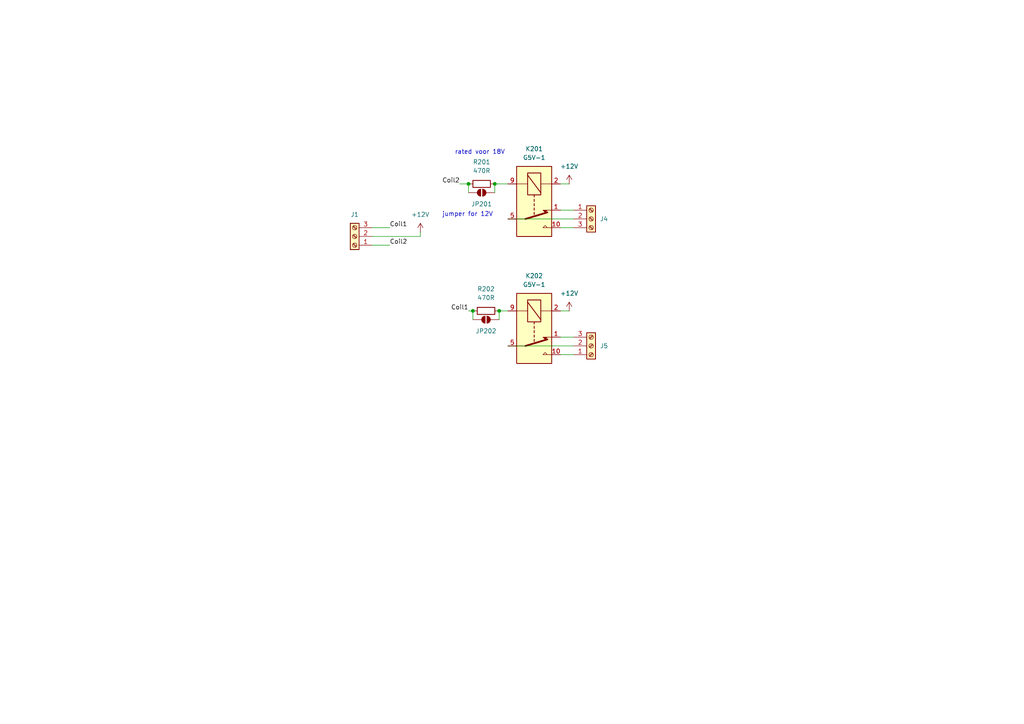
<source format=kicad_sch>
(kicad_sch (version 20231120) (generator "eeschema") (generator_version "8.0")
  (paper "A4")
  (lib_symbols
    (symbol "Connector:Screw_Terminal_01x03" (pin_names (offset 1.016) hide)
      (property "Reference" "J" (at 0 5.08 0))
      (property "Value" "Screw_Terminal_01x03" (at 0 -5.08 0))
      (symbol "Screw_Terminal_01x03_1_1"
        (rectangle (start -1.27 3.81) (end 1.27 -3.81) (stroke (width 0.254)) (fill (type background)))
        (circle (center 0 -2.54) (radius 0.635) (stroke (width 0.1524)))
        (polyline (pts (xy -0.5334 -2.2098) (xy 0.3302 -3.048)) (stroke (width 0.1524)))
        (polyline (pts (xy -0.5334 0.3302) (xy 0.3302 -0.508)) (stroke (width 0.1524)))
        (polyline (pts (xy -0.5334 2.8702) (xy 0.3302 2.032)) (stroke (width 0.1524)))
        (polyline (pts (xy -0.3556 -2.032) (xy 0.508 -2.8702)) (stroke (width 0.1524)))
        (polyline (pts (xy -0.3556 0.508) (xy 0.508 -0.3302)) (stroke (width 0.1524)))
        (polyline (pts (xy -0.3556 3.048) (xy 0.508 2.2098)) (stroke (width 0.1524)))
        (circle (center 0 0) (radius 0.635) (stroke (width 0.1524)))
        (circle (center 0 2.54) (radius 0.635) (stroke (width 0.1524)))
        (pin passive line (at -5.08 2.54 0) (length 3.81) (name "Pin_1") (number "1"))
        (pin passive line (at -5.08 0 0) (length 3.81) (name "Pin_2") (number "2"))
        (pin passive line (at -5.08 -2.54 0) (length 3.81) (name "Pin_3") (number "3"))
      )
    )
    (symbol "Device:R" (pin_numbers hide) (pin_names (offset 0))
      (property "Reference" "R" (at 2.032 0 90))
      (property "Value" "R" (at 0 0 90))
      (symbol "R_0_1"
        (rectangle (start -1.016 -2.54) (end 1.016 2.54) (stroke (width 0.254)))
      )
      (symbol "R_1_1"
        (pin passive line (at 0 3.81 270) (length 1.27) (name "~") (number "1"))
        (pin passive line (at 0 -3.81 90) (length 1.27) (name "~") (number "2"))
      )
    )
    (symbol "Jumper:SolderJumper_2_Open" (pin_numbers hide) (pin_names (offset 0) hide) (exclude_from_sim yes) (in_bom no)
      (property "Reference" "JP" (at 0 2.032 0))
      (property "Value" "SolderJumper_2_Open" (at 0 -2.54 0))
      (symbol "SolderJumper_2_Open_0_1"
        (arc (start -0.254 1.016) (mid -1.2656 0) (end -0.254 -1.016))
        (arc (start -0.254 1.016) (mid -1.2656 0) (end -0.254 -1.016) (fill (type outline)))
        (polyline (pts (xy -0.254 1.016) (xy -0.254 -1.016)))
        (polyline (pts (xy 0.254 1.016) (xy 0.254 -1.016)))
        (arc (start 0.254 -1.016) (mid 1.2656 0) (end 0.254 1.016))
        (arc (start 0.254 -1.016) (mid 1.2656 0) (end 0.254 1.016) (fill (type outline)))
      )
      (symbol "SolderJumper_2_Open_1_1"
        (pin passive line (at -3.81 0 0) (length 2.54) (name "A") (number "1"))
        (pin passive line (at 3.81 0 180) (length 2.54) (name "B") (number "2"))
      )
    )
    (symbol "Relay:G5V-1"
      (property "Reference" "K" (at 11.43 3.81 0))
      (property "Value" "G5V-1" (at 11.43 1.27 0))
      (symbol "G5V-1_0_0"
        (polyline (pts (xy 7.62 5.08) (xy 7.62 2.54) (xy 6.985 3.175) (xy 7.62 3.81)))
      )
      (symbol "G5V-1_0_1"
        (rectangle (start -10.16 5.08) (end 10.16 -5.08) (stroke (width 0.254)) (fill (type background)))
        (rectangle (start -8.255 1.905) (end -1.905 -1.905) (stroke (width 0.254)))
        (polyline (pts (xy -7.62 -1.905) (xy -2.54 1.905)) (stroke (width 0.254)))
        (polyline (pts (xy -5.08 -5.08) (xy -5.08 -1.905)))
        (polyline (pts (xy -5.08 5.08) (xy -5.08 1.905)))
        (polyline (pts (xy -1.905 0) (xy -1.27 0)) (stroke (width 0.254)))
        (polyline (pts (xy -0.635 0) (xy 0 0)) (stroke (width 0.254)))
        (polyline (pts (xy 0.635 0) (xy 1.27 0)) (stroke (width 0.254)))
        (polyline (pts (xy 1.905 0) (xy 2.54 0)) (stroke (width 0.254)))
        (polyline (pts (xy 3.175 0) (xy 3.81 0)) (stroke (width 0.254)))
        (polyline (pts (xy 5.08 -2.54) (xy 3.175 3.81)) (stroke (width 0.508)))
        (polyline (pts (xy 5.08 -2.54) (xy 5.08 -5.08)))
        (polyline (pts (xy 2.54 5.08) (xy 2.54 2.54) (xy 3.175 3.175) (xy 2.54 3.81)) (fill (type outline)))
      )
      (symbol "G5V-1_1_1"
        (pin passive line (at 2.54 7.62 270) (length 2.54) (name "~") (number "1"))
        (pin passive line (at 7.62 7.62 270) (length 2.54) (name "~") (number "10"))
        (pin passive line (at -5.08 7.62 270) (length 2.54) (name "~") (number "2"))
        (pin passive line (at 5.08 -7.62 90) (length 2.54) (name "~") (number "5"))
        (pin passive line (at 5.08 -7.62 90) (length 2.54) hide (name "~") (number "6"))
        (pin passive line (at -5.08 -7.62 90) (length 2.54) (name "~") (number "9"))
      )
    )
    (symbol "power:+12V" (power) (pin_numbers hide) (pin_names (offset 0) hide)
      (property "Value" "+12V" (at 0 3.556 0))
      (symbol "+12V_0_1"
        (polyline (pts (xy -0.762 1.27) (xy 0 2.54)))
        (polyline (pts (xy 0 0) (xy 0 2.54)))
        (polyline (pts (xy 0 2.54) (xy 0.762 1.27)))
      )
      (symbol "+12V_1_1"
        (pin power_in line (at 0 0 90) (length 0) (name "~") (number "1"))
      )
    )
  )
  (junction (at 144.78 90.17))
  (junction (at 135.89 53.34))
  (junction (at 137.16 90.17))
  (junction (at 143.51 53.34))
  (wire (pts (xy 144.78 90.17) (xy 147.32 90.17)))
  (wire (pts (xy 121.92 67.31) (xy 121.92 68.58)))
  (wire (pts (xy 162.56 102.87) (xy 166.37 102.87)))
  (wire (pts (xy 137.16 90.17) (xy 137.16 92.71)))
  (wire (pts (xy 144.78 90.17) (xy 144.78 92.71)))
  (wire (pts (xy 147.32 100.33) (xy 166.37 100.33)))
  (wire (pts (xy 143.51 53.34) (xy 143.51 55.88)))
  (wire (pts (xy 162.56 97.79) (xy 166.37 97.79)))
  (wire (pts (xy 143.51 53.34) (xy 147.32 53.34)))
  (wire (pts (xy 162.56 53.34) (xy 165.1 53.34)))
  (wire (pts (xy 107.95 66.04) (xy 113.03 66.04)))
  (wire (pts (xy 135.89 53.34) (xy 135.89 55.88)))
  (wire (pts (xy 107.95 68.58) (xy 121.92 68.58)))
  (wire (pts (xy 107.95 71.12) (xy 113.03 71.12)))
  (wire (pts (xy 162.56 60.96) (xy 166.37 60.96)))
  (wire (pts (xy 162.56 90.17) (xy 165.1 90.17)))
  (wire (pts (xy 162.56 66.04) (xy 166.37 66.04)))
  (wire (pts (xy 133.35 53.34) (xy 135.89 53.34)))
  (wire (pts (xy 135.89 90.17) (xy 137.16 90.17)))
  (wire (pts (xy 147.32 63.5) (xy 166.37 63.5)))
  (text "jumper for 12V" (at 135.636 62.23 0) (effects (font (size 1.27 1.27))))
  (text "rated voor 18V\n" (at 139.192 44.196 0) (effects (font (size 1.27 1.27))))
  (label "Coil2" (at 113.03 71.12 0))
  (label "Coil2" (at 133.35 53.34 180))
  (label "Coil1" (at 113.03 66.04 0))
  (label "Coil1" (at 135.89 90.17 180))
  (symbol (lib_id "Jumper:SolderJumper_2_Open") (at 139.7 55.88 0) (unit 1) (exclude_from_sim yes) (in_bom no)
    (property "Reference" "JP201" (at 139.7 59.182 0))
    (property "Value" "SolderJumper_2_Open" (effects (hide yes)))
    (property "Footprint" "Jumper:SolderJumper-2_P1.3mm_Open_RoundedPad1.0x1.5mm" (effects (hide yes)))
    (property "Description" "Solder Jumper, 2-pole, open" (effects (hide yes)))
  )
  (symbol (lib_id "power:+12V") (at 165.1 90.17 0) (unit 1)
    (property "Reference" "#PWR03" (effects (hide yes)))
    (property "Value" "+12V" (at 165.1 85.09 0))
    (property "Description" "Power symbol creates a global label with name \"+12V\"" (effects (hide yes)))
  )
  (symbol (lib_id "power:+12V") (at 121.92 67.31 0) (unit 1)
    (property "Reference" "#PWR01" (effects (hide yes)))
    (property "Value" "+12V" (at 121.92 62.23 0))
    (property "Description" "Power symbol creates a global label with name \"+12V\"" (effects (hide yes)))
  )
  (symbol (lib_id "power:+12V") (at 165.1 53.34 0) (unit 1)
    (property "Reference" "#PWR02" (effects (hide yes)))
    (property "Value" "+12V" (at 165.1 48.26 0))
    (property "Description" "Power symbol creates a global label with name \"+12V\"" (effects (hide yes)))
  )
  (symbol (lib_id "Connector:Screw_Terminal_01x03") (at 102.87 68.58 180) (unit 1)
    (property "Reference" "J1" (at 102.87 62.23 0))
    (property "Value" "Screw_Terminal_01x03" (effects (hide yes)))
    (property "Footprint" "custom_kicad_lib_sk:connector_3.50mm_3P horizontal_MALE" (effects (hide yes)))
    (property "Description" "Generic screw terminal, single row, 01x03, script generated (kicad-library-utils/schlib/autogen/connector/)" (effects (hide yes)))
    (property "JLCPCB Part#" "C6394074" (effects (hide yes)))
  )
  (symbol (lib_id "Connector:Screw_Terminal_01x03") (at 171.45 100.33 0) (mirror x) (unit 1)
    (property "Reference" "J5" (at 173.99 100.3301 0) (effects (justify left)))
    (property "Value" "Screw_Terminal_01x03" (effects (hide yes)))
    (property "Footprint" "Connector_Phoenix_MC:PhoenixContact_MCV_1,5_3-G-3.5_1x03_P3.50mm_Vertical" (effects (hide yes)))
    (property "Description" "Generic screw terminal, single row, 01x03, script generated (kicad-library-utils/schlib/autogen/connector/)" (effects (hide yes)))
    (property "JLCPCB Part#" "C192778" (effects (hide yes)))
    (property "Mating Part#" "C560231" (effects (hide yes)))
  )
  (symbol (lib_id "Device:R") (at 139.7 53.34 90) (unit 1)
    (property "Reference" "R201" (at 139.7 46.99 90))
    (property "Value" "470R" (at 139.7 49.53 90))
    (property "Footprint" "Resistor_THT:R_Axial_DIN0204_L3.6mm_D1.6mm_P7.62mm_Horizontal" (effects (hide yes)))
    (property "Description" "Resistor" (effects (hide yes)))
  )
  (symbol (lib_id "Connector:Screw_Terminal_01x03") (at 171.45 63.5 0) (unit 1)
    (property "Reference" "J4" (at 173.99 63.4999 0) (effects (justify left)))
    (property "Value" "Screw_Terminal_01x03" (effects (hide yes)))
    (property "Footprint" "Connector_Phoenix_MC:PhoenixContact_MC_1,5_3-G-3.5_1x03_P3.50mm_Horizontal" (effects (hide yes)))
    (property "Description" "Generic screw terminal, single row, 01x03, script generated (kicad-library-utils/schlib/autogen/connector/)" (effects (hide yes)))
    (property "JLCPCB Part#" "C22380440" (effects (hide yes)))
  )
  (symbol (lib_id "Relay:G5V-1") (at 154.94 58.42 270) (unit 1)
    (property "Reference" "K201" (at 154.94 43.18 90))
    (property "Value" "G5V-1" (at 154.94 45.72 90))
    (property "Footprint" "Relay_THT:Relay_SPDT_Omron_G5V-1" (effects (hide yes)))
    (property "Datasheet" "http://omronfs.omron.com/en_US/ecb/products/pdf/en-g5v_1.pdf" (effects (hide yes)))
    (property "Description" "Ultra-miniature, Highly Sensitive SPDT Relay for Signal Circuits" (effects (hide yes)))
  )
  (symbol (lib_id "Device:R") (at 140.97 90.17 90) (unit 1)
    (property "Reference" "R202" (at 140.97 83.82 90))
    (property "Value" "470R" (at 140.97 86.36 90))
    (property "Footprint" "Resistor_THT:R_Axial_DIN0204_L3.6mm_D1.6mm_P7.62mm_Horizontal" (effects (hide yes)))
    (property "Description" "Resistor" (effects (hide yes)))
  )
  (symbol (lib_id "Relay:G5V-1") (at 154.94 95.25 270) (unit 1)
    (property "Reference" "K202" (at 154.94 80.01 90))
    (property "Value" "G5V-1" (at 154.94 82.55 90))
    (property "Footprint" "Relay_THT:Relay_SPDT_Omron_G5V-1" (effects (hide yes)))
    (property "Datasheet" "http://omronfs.omron.com/en_US/ecb/products/pdf/en-g5v_1.pdf" (effects (hide yes)))
    (property "Description" "Ultra-miniature, Highly Sensitive SPDT Relay for Signal Circuits" (effects (hide yes)))
  )
  (symbol (lib_id "Jumper:SolderJumper_2_Open") (at 140.97 92.71 0) (unit 1) (exclude_from_sim yes) (in_bom no)
    (property "Reference" "JP202" (at 140.97 96.012 0))
    (property "Value" "SolderJumper_2_Open" (effects (hide yes)))
    (property "Footprint" "Jumper:SolderJumper-2_P1.3mm_Open_RoundedPad1.0x1.5mm" (effects (hide yes)))
    (property "Description" "Solder Jumper, 2-pole, open" (effects (hide yes)))
  )
)
</source>
